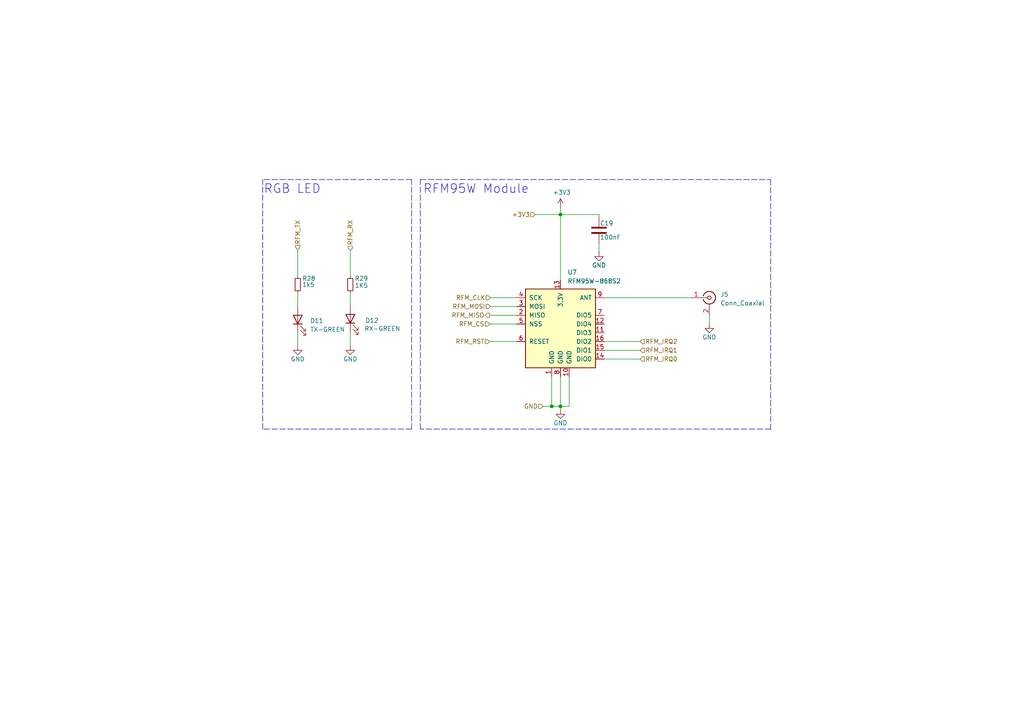
<source format=kicad_sch>
(kicad_sch (version 20231120) (generator "eeschema") (generator_version "8.0")
  (paper "A4")
  (title_block (title "RFM95W Module") (date "2025-02-24") (rev "v0.2") (company "CITI Lab") (comment 1 "Sastress Project") (comment 2 "Regis Rousseau"))
  (lib_symbols
    (symbol "Connector:Conn_Coaxial" (pin_names (offset 1.016) hide)
      (property "Reference" "J" (at 0.254 3.048 0))
      (property "Value" "Conn_Coaxial" (at 2.921 0 90))
      (symbol "Conn_Coaxial_0_1"
        (arc (start -1.778 -0.508) (mid 0.2311 -1.8066) (end 1.778 0) (stroke (width 0.254)))
        (polyline (pts (xy -2.54 0) (xy -0.508 0)))
        (polyline (pts (xy 0 -2.54) (xy 0 -1.778)))
        (circle (center 0 0) (radius 0.508) (stroke (width 0.2032)))
        (arc (start 1.778 0) (mid 0.2099 1.8101) (end -1.778 0.508) (stroke (width 0.254)))
      )
      (symbol "Conn_Coaxial_1_1"
        (pin passive line (at -5.08 0 0) (length 2.54) (name "In") (number "1"))
        (pin passive line (at 0 -5.08 90) (length 2.54) (name "Ext") (number "2"))
      )
    )
    (symbol "Device:C" (pin_numbers hide) (pin_names (offset 0.254))
      (property "Reference" "C" (at 0.635 2.54 0))
      (property "Value" "C" (at 0.635 -2.54 0))
      (symbol "C_0_1"
        (polyline (pts (xy -2.032 -0.762) (xy 2.032 -0.762)) (stroke (width 0.508)))
        (polyline (pts (xy -2.032 0.762) (xy 2.032 0.762)) (stroke (width 0.508)))
      )
      (symbol "C_1_1"
        (pin passive line (at 0 3.81 270) (length 2.794) (name "~") (number "1"))
        (pin passive line (at 0 -3.81 90) (length 2.794) (name "~") (number "2"))
      )
    )
    (symbol "Device:LED" (pin_numbers hide) (pin_names (offset 1.016) hide)
      (property "Reference" "D" (at 0 2.54 0))
      (property "Value" "LED" (at 0 -2.54 0))
      (symbol "LED_0_1"
        (polyline (pts (xy -1.27 -1.27) (xy -1.27 1.27)) (stroke (width 0.254)))
        (polyline (pts (xy -1.27 0) (xy 1.27 0)))
        (polyline (pts (xy 1.27 -1.27) (xy 1.27 1.27) (xy -1.27 0) (xy 1.27 -1.27)) (stroke (width 0.254)))
        (polyline (pts (xy -3.048 -0.762) (xy -4.572 -2.286) (xy -3.81 -2.286) (xy -4.572 -2.286) (xy -4.572 -1.524)))
        (polyline (pts (xy -1.778 -0.762) (xy -3.302 -2.286) (xy -2.54 -2.286) (xy -3.302 -2.286) (xy -3.302 -1.524)))
      )
      (symbol "LED_1_1"
        (pin passive line (at -3.81 0 0) (length 2.54) (name "K") (number "1"))
        (pin passive line (at 3.81 0 180) (length 2.54) (name "A") (number "2"))
      )
    )
    (symbol "Device:R_Small" (pin_numbers hide) (pin_names (offset 0.254) hide)
      (property "Reference" "R" (at 0.762 0.508 0))
      (property "Value" "R_Small" (at 0.762 -1.016 0))
      (symbol "R_Small_0_1"
        (rectangle (start -0.762 1.778) (end 0.762 -1.778) (stroke (width 0.2032)))
      )
      (symbol "R_Small_1_1"
        (pin passive line (at 0 2.54 270) (length 0.762) (name "~") (number "1"))
        (pin passive line (at 0 -2.54 90) (length 0.762) (name "~") (number "2"))
      )
    )
    (symbol "RF_Module:RFM95W-868S2" (pin_names (offset 1.016))
      (property "Reference" "U" (at -10.414 11.684 0))
      (property "Value" "RFM95W-868S2" (at 1.524 11.43 0))
      (symbol "RFM95W-868S2_0_1"
        (rectangle (start -10.16 10.16) (end 10.16 -12.7) (stroke (width 0.254)) (fill (type background)))
      )
      (symbol "RFM95W-868S2_1_1"
        (pin power_in line (at -2.54 -15.24 90) (length 2.54) (name "GND") (number "1"))
        (pin power_in line (at 2.54 -15.24 90) (length 2.54) (name "GND") (number "10"))
        (pin bidirectional line (at 12.7 -2.54 180) (length 2.54) (name "DIO3") (number "11"))
        (pin bidirectional line (at 12.7 0 180) (length 2.54) (name "DIO4") (number "12"))
        (pin power_in line (at 0 12.7 270) (length 2.54) (name "3.3V") (number "13"))
        (pin bidirectional line (at 12.7 -10.16 180) (length 2.54) (name "DIO0") (number "14"))
        (pin bidirectional line (at 12.7 -7.62 180) (length 2.54) (name "DIO1") (number "15"))
        (pin bidirectional line (at 12.7 -5.08 180) (length 2.54) (name "DIO2") (number "16"))
        (pin output line (at -12.7 2.54 0) (length 2.54) (name "MISO") (number "2"))
        (pin input line (at -12.7 5.08 0) (length 2.54) (name "MOSI") (number "3"))
        (pin input line (at -12.7 7.62 0) (length 2.54) (name "SCK") (number "4"))
        (pin input line (at -12.7 0 0) (length 2.54) (name "NSS") (number "5"))
        (pin bidirectional line (at -12.7 -5.08 0) (length 2.54) (name "RESET") (number "6"))
        (pin bidirectional line (at 12.7 2.54 180) (length 2.54) (name "DIO5") (number "7"))
        (pin power_in line (at 0 -15.24 90) (length 2.54) (name "GND") (number "8"))
        (pin bidirectional line (at 12.7 7.62 180) (length 2.54) (name "ANT") (number "9"))
      )
    )
    (symbol "power:+3.3V" (power) (pin_numbers hide) (pin_names (offset 0) hide)
      (property "Value" "+3.3V" (at 0 3.556 0))
      (symbol "+3.3V_0_1"
        (polyline (pts (xy -0.762 1.27) (xy 0 2.54)))
        (polyline (pts (xy 0 0) (xy 0 2.54)))
        (polyline (pts (xy 0 2.54) (xy 0.762 1.27)))
      )
      (symbol "+3.3V_1_1"
        (pin power_in line (at 0 0 90) (length 0) (name "~") (number "1"))
      )
    )
    (symbol "power:GND" (power) (pin_numbers hide) (pin_names (offset 0) hide)
      (property "Value" "GND" (at 0 -3.81 0))
      (symbol "GND_0_1"
        (polyline (pts (xy 0 0) (xy 0 -1.27) (xy 1.27 -1.27) (xy 0 -2.54) (xy -1.27 -1.27) (xy 0 -1.27)))
      )
      (symbol "GND_1_1"
        (pin power_in line (at 0 0 270) (length 0) (name "~") (number "1"))
      )
    )
  )
  (junction (at 160.02 117.856))
  (junction (at 162.56 117.856))
  (junction (at 162.56 62.23))
  (wire (pts (xy 142.24 86.36) (xy 149.86 86.36)))
  (wire (pts (xy 101.6 85.09) (xy 101.6 88.646)))
  (wire (pts (xy 86.36 72.39) (xy 86.36 80.01)))
  (wire (pts (xy 175.26 86.36) (xy 200.66 86.36)))
  (polyline (pts (xy 119.38 52.07) (xy 76.2 52.07)) (stroke (width 0) (type dash)))
  (wire (pts (xy 160.02 117.856) (xy 162.56 117.856)))
  (polyline (pts (xy 119.38 124.46) (xy 76.2 124.46)) (stroke (width 0) (type dash)))
  (wire (pts (xy 155.194 62.23) (xy 162.56 62.23)))
  (wire (pts (xy 141.986 91.44) (xy 149.86 91.44)))
  (wire (pts (xy 175.26 104.14) (xy 185.674 104.14)))
  (polyline (pts (xy 223.52 124.46) (xy 121.92 124.46)) (stroke (width 0) (type dash)))
  (wire (pts (xy 165.1 117.856) (xy 162.56 117.856)))
  (wire (pts (xy 173.736 70.612) (xy 173.736 73.152)))
  (wire (pts (xy 86.36 96.52) (xy 86.36 100.33)))
  (polyline (pts (xy 223.52 52.07) (xy 223.52 124.46)) (stroke (width 0) (type dash)))
  (wire (pts (xy 173.736 62.992) (xy 173.736 62.23)))
  (wire (pts (xy 141.986 93.98) (xy 149.86 93.98)))
  (wire (pts (xy 101.6 72.644) (xy 101.6 80.01)))
  (wire (pts (xy 142.24 88.9) (xy 149.86 88.9)))
  (polyline (pts (xy 121.92 124.46) (xy 121.92 52.07)) (stroke (width 0) (type dash)))
  (wire (pts (xy 205.74 91.44) (xy 205.74 93.98)))
  (wire (pts (xy 175.26 99.06) (xy 185.674 99.06)))
  (wire (pts (xy 101.6 96.266) (xy 101.6 100.33)))
  (wire (pts (xy 162.56 60.198) (xy 162.56 62.23)))
  (wire (pts (xy 173.736 62.23) (xy 162.56 62.23)))
  (wire (pts (xy 157.48 117.856) (xy 160.02 117.856)))
  (wire (pts (xy 86.36 85.09) (xy 86.36 88.9)))
  (polyline (pts (xy 121.92 52.07) (xy 223.52 52.07)) (stroke (width 0) (type dash)))
  (wire (pts (xy 162.56 109.22) (xy 162.56 117.856)))
  (wire (pts (xy 175.26 101.6) (xy 185.674 101.6)))
  (wire (pts (xy 162.56 62.23) (xy 162.56 81.28)))
  (wire (pts (xy 141.986 99.06) (xy 149.86 99.06)))
  (polyline (pts (xy 119.888 93.98) (xy 119.888 93.98)) (stroke (width 0) (type dash)))
  (polyline (pts (xy 76.2 124.46) (xy 76.2 52.07)) (stroke (width 0) (type dash)))
  (polyline (pts (xy 119.38 124.46) (xy 119.38 52.07)) (stroke (width 0) (type dash)))
  (wire (pts (xy 165.1 109.22) (xy 165.1 117.856)))
  (wire (pts (xy 160.02 109.22) (xy 160.02 117.856)))
  (wire (pts (xy 162.56 117.856) (xy 162.56 118.872)))
  (text "RFM95W Module" (at 122.682 56.388 0) (effects (font (size 2.54 2.54)) (justify left bottom)))
  (text "RGB LED" (at 76.454 56.388 0) (effects (font (size 2.54 2.54)) (justify left bottom)))
  (hierarchical_label "RFM_RST" (shape input) (at 141.986 99.06 180))
  (hierarchical_label "RFM_TX" (shape input) (at 86.36 72.39 90))
  (hierarchical_label "RFM_IRQ1" (shape input) (at 185.674 101.6 0))
  (hierarchical_label "+3V3" (shape input) (at 155.194 62.23 180))
  (hierarchical_label "RFM_CLK" (shape input) (at 142.24 86.36 180))
  (hierarchical_label "GND" (shape input) (at 157.48 117.856 180))
  (hierarchical_label "RFM_IRQ2" (shape input) (at 185.674 99.06 0))
  (hierarchical_label "RFM_MOSI" (shape input) (at 142.24 88.9 180))
  (hierarchical_label "RFM_RX" (shape input) (at 101.6 72.644 90))
  (hierarchical_label "RFM_MISO" (shape output) (at 141.986 91.44 180))
  (hierarchical_label "RFM_CS" (shape input) (at 141.986 93.98 180))
  (hierarchical_label "RFM_IRQ0" (shape input) (at 185.674 104.14 0))
  (symbol (lib_id "power:GND") (at 205.74 93.98 0) (unit 1)
    (property "Reference" "#PWR067" (effects (hide yes)))
    (property "Value" "GND" (at 205.74 97.79 0))
    (property "Description" "Power symbol creates a global label with name \"GND\" , ground" (effects (hide yes)))
  )
  (symbol (lib_id "power:+3.3V") (at 162.56 60.198 0) (unit 1)
    (property "Reference" "#PWR057" (effects (hide yes)))
    (property "Value" "+3V3" (at 162.941 55.8038 0))
    (property "Description" "Power symbol creates a global label with name \"+3.3V\"" (effects (hide yes)))
  )
  (symbol (lib_id "Device:LED") (at 101.6 92.456 90) (unit 1)
    (property "Reference" "D12" (at 105.918 92.964 90) (effects (justify right)))
    (property "Value" "RX-GREEN" (at 105.664 95.3134 90) (effects (justify right)))
    (property "Footprint" "LED_SMD:LED_0603_1608Metric" (effects (hide yes)))
    (property "MPN" "LTST-C191KGKT" (effects (hide yes)))
    (property "Manufacturer" "Lite-On Inc" (effects (hide yes)))
  )
  (symbol (lib_id "Device:LED") (at 86.36 92.71 90) (unit 1)
    (property "Reference" "D11" (at 89.916 93.0274 90) (effects (justify right)))
    (property "Value" "TX-GREEN" (at 89.916 95.5674 90) (effects (justify right)))
    (property "Footprint" "LED_SMD:LED_0603_1608Metric" (effects (hide yes)))
    (property "MPN" "LTST-C191KGKT" (effects (hide yes)))
    (property "Manufacturer" "Lite-On Inc" (effects (hide yes)))
  )
  (symbol (lib_id "power:GND") (at 101.6 100.33 0) (unit 1)
    (property "Reference" "#PWR056" (effects (hide yes)))
    (property "Value" "GND" (at 101.6 104.14 0))
    (property "Description" "Power symbol creates a global label with name \"GND\" , ground" (effects (hide yes)))
  )
  (symbol (lib_id "Device:R_Small") (at 101.6 82.55 0) (unit 1)
    (property "Reference" "R29" (at 102.87 80.772 0) (effects (justify left)))
    (property "Value" "1K5" (at 102.87 82.804 0) (effects (justify left)))
    (property "Footprint" "Resistor_SMD:R_0603_1608Metric" (effects (hide yes)))
    (property "MPN" "RC0603JR-071K5L" (effects (hide yes)))
    (property "Manufacturer" "Yageo" (effects (hide yes)))
  )
  (symbol (lib_id "power:GND") (at 162.56 118.872 0) (unit 1)
    (property "Reference" "#PWR058" (effects (hide yes)))
    (property "Value" "GND" (at 162.56 122.682 0))
    (property "Description" "Power symbol creates a global label with name \"GND\" , ground" (effects (hide yes)))
  )
  (symbol (lib_id "Device:C") (at 173.736 66.802 0) (unit 1)
    (property "Reference" "C19" (at 173.99 64.77 0) (effects (justify left)))
    (property "Value" "100nF" (at 173.99 68.834 0) (effects (justify left)))
    (property "Footprint" "Capacitor_SMD:C_0603_1608Metric" (effects (hide yes)))
    (property "MPN" "GCM188R71H104JA57D" (effects (hide yes)))
    (property "Manufacturer" "Murata Electronics" (effects (hide yes)))
  )
  (symbol (lib_id "power:GND") (at 86.36 100.33 0) (unit 1)
    (property "Reference" "#PWR055" (effects (hide yes)))
    (property "Value" "GND" (at 86.36 104.14 0))
    (property "Description" "Power symbol creates a global label with name \"GND\" , ground" (effects (hide yes)))
  )
  (symbol (lib_id "RF_Module:RFM95W-868S2") (at 162.56 93.98 0) (unit 1)
    (property "Reference" "U7" (at 164.5794 78.994 0) (effects (justify left)))
    (property "Value" "RFM95W-868S2" (at 164.5794 81.534 0) (effects (justify left)))
    (property "Footprint" "RF_Module:HOPERF_RFM9XW_SMD" (effects (hide yes)))
    (property "MPN" "RFM95W-868S2" (effects (hide yes)))
    (property "Manufacturer" "RF Solutions" (effects (hide yes)))
  )
  (symbol (lib_id "Connector:Conn_Coaxial") (at 205.74 86.36 0) (unit 1)
    (property "Reference" "J5" (at 208.915 85.3831 0) (effects (justify left)))
    (property "Value" "Conn_Coaxial" (at 208.915 87.9231 0) (effects (justify left)))
    (property "Footprint" "Connector_Coaxial:U.FL_Hirose_U.FL-R-SMT-1_Vertical" (effects (hide yes)))
    (property "MPN" "U.FL-R-SMT-1(01)" (effects (hide yes)))
    (property "Manufacturer" "Hirose Electric Co Ltd" (effects (hide yes)))
    (instances (project "" (path "" (reference "J5") (unit 1))) (project "" (path "" (reference "J1") (unit 1))))
  )
  (symbol (lib_id "Device:R_Small") (at 86.36 82.55 0) (unit 1)
    (property "Reference" "R28" (at 87.63 80.772 0) (effects (justify left)))
    (property "Value" "1k5" (at 87.63 82.55 0) (effects (justify left)))
    (property "Footprint" "Resistor_SMD:R_0603_1608Metric" (effects (hide yes)))
    (property "MPN" "RC0603FR-071K5L" (effects (hide yes)))
    (property "Manufacturer" "Yageo" (effects (hide yes)))
  )
  (symbol (lib_id "power:GND") (at 173.736 73.152 0) (unit 1)
    (property "Reference" "#PWR059" (effects (hide yes)))
    (property "Value" "GND" (at 173.736 76.962 0))
    (property "Description" "Power symbol creates a global label with name \"GND\" , ground" (effects (hide yes)))
  )
)
</source>
